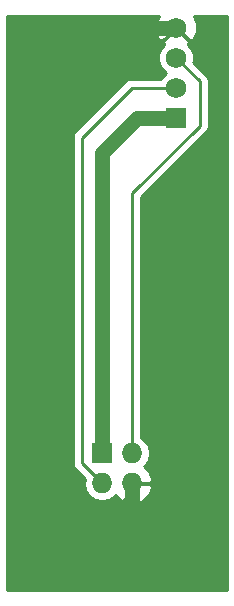
<source format=gtl>
%FSLAX36Y36*%
G04 Gerber Fmt 3.6, Leading zero omitted, Abs format (unit inch)*
G04 Created by KiCad (PCBNEW (2014-jul-16 BZR unknown)-product) date Tue 27 Jan 2015 12:13:57 PM PST*
%MOIN*%
G01*
G04 APERTURE LIST*
%ADD10C,0.003937*%
%ADD11R,0.068000X0.068000*%
%ADD12C,0.068000*%
%ADD13O,0.068000X0.068000*%
%ADD14C,0.010000*%
%ADD15C,0.050000*%
G04 APERTURE END LIST*
D10*
D11*
X4527559Y-2335039D03*
D12*
X4527559Y-2235039D03*
X4527559Y-2135039D03*
X4527559Y-2035039D03*
D11*
X4280709Y-3453937D03*
D13*
X4280709Y-3553937D03*
X4380709Y-3453937D03*
X4380709Y-3553937D03*
D14*
X4280709Y-3553937D02*
X4212598Y-3485827D01*
X4379134Y-2235039D02*
X4527559Y-2235039D01*
X4212598Y-2401575D02*
X4379134Y-2235039D01*
X4212598Y-3485827D02*
X4212598Y-2401575D01*
X4380709Y-3453937D02*
X4380709Y-2587795D01*
X4380709Y-2587795D02*
X4606299Y-2362205D01*
X4606299Y-2213780D02*
X4527559Y-2135039D01*
X4606299Y-2362205D02*
X4606299Y-2213780D01*
D15*
X4280709Y-3453937D02*
X4280709Y-2451575D01*
X4397244Y-2335039D02*
X4527559Y-2335039D01*
X4280709Y-2451575D02*
X4397244Y-2335039D01*
X4380709Y-3553937D02*
X4380709Y-3611417D01*
X4342913Y-2035039D02*
X4527559Y-2035039D01*
X4133858Y-2244094D02*
X4342913Y-2035039D01*
X4133858Y-3622047D02*
X4133858Y-2244094D01*
X4173228Y-3661417D02*
X4133858Y-3622047D01*
X4330709Y-3661417D02*
X4173228Y-3661417D01*
X4380709Y-3611417D02*
X4330709Y-3661417D01*
D14*
G36*
X4697441Y-3910039D02*
X4636299Y-3910039D01*
X4636299Y-2362205D01*
X4636299Y-2213780D01*
X4634016Y-2202299D01*
X4627512Y-2192566D01*
X4585147Y-2150201D01*
X4586549Y-2146827D01*
X4586569Y-2123355D01*
X4577606Y-2101662D01*
X4568157Y-2092197D01*
X4570405Y-2079300D01*
X4527559Y-2036454D01*
X4484713Y-2079300D01*
X4486962Y-2092200D01*
X4477570Y-2101575D01*
X4468569Y-2123252D01*
X4468549Y-2146724D01*
X4477512Y-2168417D01*
X4494095Y-2185028D01*
X4494131Y-2185043D01*
X4477570Y-2201575D01*
X4476132Y-2205039D01*
X4379134Y-2205039D01*
X4367653Y-2207323D01*
X4357921Y-2213826D01*
X4191385Y-2380362D01*
X4184882Y-2390094D01*
X4182598Y-2401575D01*
X4182598Y-3485827D01*
X4184882Y-3497307D01*
X4191385Y-3507040D01*
X4223494Y-3539149D01*
X4220553Y-3553937D01*
X4225044Y-3576515D01*
X4237834Y-3595656D01*
X4256974Y-3608446D01*
X4279553Y-3612937D01*
X4281865Y-3612937D01*
X4304443Y-3608446D01*
X4323584Y-3595656D01*
X4324671Y-3594030D01*
X4343807Y-3612241D01*
X4368928Y-3621924D01*
X4379709Y-3614180D01*
X4379709Y-3554937D01*
X4378921Y-3554937D01*
X4378921Y-3552937D01*
X4379709Y-3552937D01*
X4379709Y-3552150D01*
X4381709Y-3552150D01*
X4381709Y-3552937D01*
X4440950Y-3552937D01*
X4448696Y-3542156D01*
X4448029Y-3538803D01*
X4437113Y-3514193D01*
X4420088Y-3497992D01*
X4423584Y-3495656D01*
X4436373Y-3476515D01*
X4440865Y-3453937D01*
X4436373Y-3431359D01*
X4423584Y-3412218D01*
X4410709Y-3403615D01*
X4410709Y-2600222D01*
X4627512Y-2383418D01*
X4627512Y-2383418D01*
X4631411Y-2377584D01*
X4634016Y-2373685D01*
X4634016Y-2373685D01*
X4636299Y-2362205D01*
X4636299Y-3910039D01*
X4448696Y-3910039D01*
X4448696Y-3565718D01*
X4440950Y-3554937D01*
X4381709Y-3554937D01*
X4381709Y-3614180D01*
X4392489Y-3621924D01*
X4417610Y-3612241D01*
X4437113Y-3593681D01*
X4448029Y-3569071D01*
X4448696Y-3565718D01*
X4448696Y-3910039D01*
X3963976Y-3910039D01*
X3963976Y-1995472D01*
X4469630Y-1995472D01*
X4458925Y-2019590D01*
X4458237Y-2047031D01*
X4468103Y-2072647D01*
X4470061Y-2075578D01*
X4483299Y-2077886D01*
X4526145Y-2035039D01*
X4525588Y-2034483D01*
X4527002Y-2033068D01*
X4527559Y-2033625D01*
X4528116Y-2033068D01*
X4529530Y-2034483D01*
X4528973Y-2035039D01*
X4571819Y-2077886D01*
X4585057Y-2075578D01*
X4596194Y-2050489D01*
X4596881Y-2023047D01*
X4587015Y-1997432D01*
X4585706Y-1995472D01*
X4697441Y-1995472D01*
X4697441Y-3910039D01*
X4697441Y-3910039D01*
G37*
X4697441Y-3910039D02*
X4636299Y-3910039D01*
X4636299Y-2362205D01*
X4636299Y-2213780D01*
X4634016Y-2202299D01*
X4627512Y-2192566D01*
X4585147Y-2150201D01*
X4586549Y-2146827D01*
X4586569Y-2123355D01*
X4577606Y-2101662D01*
X4568157Y-2092197D01*
X4570405Y-2079300D01*
X4527559Y-2036454D01*
X4484713Y-2079300D01*
X4486962Y-2092200D01*
X4477570Y-2101575D01*
X4468569Y-2123252D01*
X4468549Y-2146724D01*
X4477512Y-2168417D01*
X4494095Y-2185028D01*
X4494131Y-2185043D01*
X4477570Y-2201575D01*
X4476132Y-2205039D01*
X4379134Y-2205039D01*
X4367653Y-2207323D01*
X4357921Y-2213826D01*
X4191385Y-2380362D01*
X4184882Y-2390094D01*
X4182598Y-2401575D01*
X4182598Y-3485827D01*
X4184882Y-3497307D01*
X4191385Y-3507040D01*
X4223494Y-3539149D01*
X4220553Y-3553937D01*
X4225044Y-3576515D01*
X4237834Y-3595656D01*
X4256974Y-3608446D01*
X4279553Y-3612937D01*
X4281865Y-3612937D01*
X4304443Y-3608446D01*
X4323584Y-3595656D01*
X4324671Y-3594030D01*
X4343807Y-3612241D01*
X4368928Y-3621924D01*
X4379709Y-3614180D01*
X4379709Y-3554937D01*
X4378921Y-3554937D01*
X4378921Y-3552937D01*
X4379709Y-3552937D01*
X4379709Y-3552150D01*
X4381709Y-3552150D01*
X4381709Y-3552937D01*
X4440950Y-3552937D01*
X4448696Y-3542156D01*
X4448029Y-3538803D01*
X4437113Y-3514193D01*
X4420088Y-3497992D01*
X4423584Y-3495656D01*
X4436373Y-3476515D01*
X4440865Y-3453937D01*
X4436373Y-3431359D01*
X4423584Y-3412218D01*
X4410709Y-3403615D01*
X4410709Y-2600222D01*
X4627512Y-2383418D01*
X4627512Y-2383418D01*
X4631411Y-2377584D01*
X4634016Y-2373685D01*
X4634016Y-2373685D01*
X4636299Y-2362205D01*
X4636299Y-3910039D01*
X4448696Y-3910039D01*
X4448696Y-3565718D01*
X4440950Y-3554937D01*
X4381709Y-3554937D01*
X4381709Y-3614180D01*
X4392489Y-3621924D01*
X4417610Y-3612241D01*
X4437113Y-3593681D01*
X4448029Y-3569071D01*
X4448696Y-3565718D01*
X4448696Y-3910039D01*
X3963976Y-3910039D01*
X3963976Y-1995472D01*
X4469630Y-1995472D01*
X4458925Y-2019590D01*
X4458237Y-2047031D01*
X4468103Y-2072647D01*
X4470061Y-2075578D01*
X4483299Y-2077886D01*
X4526145Y-2035039D01*
X4525588Y-2034483D01*
X4527002Y-2033068D01*
X4527559Y-2033625D01*
X4528116Y-2033068D01*
X4529530Y-2034483D01*
X4528973Y-2035039D01*
X4571819Y-2077886D01*
X4585057Y-2075578D01*
X4596194Y-2050489D01*
X4596881Y-2023047D01*
X4587015Y-1997432D01*
X4585706Y-1995472D01*
X4697441Y-1995472D01*
X4697441Y-3910039D01*
M02*

</source>
